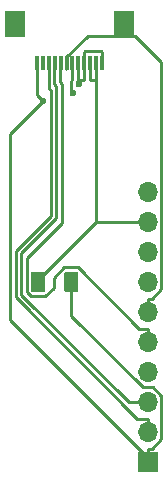
<source format=gbl>
G04 #@! TF.GenerationSoftware,KiCad,Pcbnew,5.1.5+dfsg1-2build2*
G04 #@! TF.CreationDate,2020-08-13T16:45:23-04:00*
G04 #@! TF.ProjectId,LCD,4c43442e-6b69-4636-9164-5f7063625858,rev?*
G04 #@! TF.SameCoordinates,Original*
G04 #@! TF.FileFunction,Copper,L2,Bot*
G04 #@! TF.FilePolarity,Positive*
%FSLAX46Y46*%
G04 Gerber Fmt 4.6, Leading zero omitted, Abs format (unit mm)*
G04 Created by KiCad (PCBNEW 5.1.5+dfsg1-2build2) date 2020-08-13 16:45:23*
%MOMM*%
%LPD*%
G04 APERTURE LIST*
%ADD10R,1.700000X1.700000*%
%ADD11O,1.700000X1.700000*%
%ADD12C,0.100000*%
%ADD13R,1.800000X2.200000*%
%ADD14R,0.300000X1.300000*%
%ADD15C,0.600000*%
%ADD16C,0.250000*%
G04 APERTURE END LIST*
D10*
X178300000Y-88400000D03*
D11*
X178300000Y-85860000D03*
X178300000Y-83320000D03*
X178300000Y-80780000D03*
X178300000Y-78240000D03*
X178300000Y-75700000D03*
X178300000Y-73160000D03*
X178300000Y-70620000D03*
X178300000Y-68080000D03*
X178300000Y-65540000D03*
G04 #@! TA.AperFunction,SMDPad,CuDef*
D12*
G36*
X169423504Y-72237604D02*
G01*
X169447773Y-72241204D01*
X169471571Y-72247165D01*
X169494671Y-72255430D01*
X169516849Y-72265920D01*
X169537893Y-72278533D01*
X169557598Y-72293147D01*
X169575777Y-72309623D01*
X169592253Y-72327802D01*
X169606867Y-72347507D01*
X169619480Y-72368551D01*
X169629970Y-72390729D01*
X169638235Y-72413829D01*
X169644196Y-72437627D01*
X169647796Y-72461896D01*
X169649000Y-72486400D01*
X169649000Y-73736400D01*
X169647796Y-73760904D01*
X169644196Y-73785173D01*
X169638235Y-73808971D01*
X169629970Y-73832071D01*
X169619480Y-73854249D01*
X169606867Y-73875293D01*
X169592253Y-73894998D01*
X169575777Y-73913177D01*
X169557598Y-73929653D01*
X169537893Y-73944267D01*
X169516849Y-73956880D01*
X169494671Y-73967370D01*
X169471571Y-73975635D01*
X169447773Y-73981596D01*
X169423504Y-73985196D01*
X169399000Y-73986400D01*
X168649000Y-73986400D01*
X168624496Y-73985196D01*
X168600227Y-73981596D01*
X168576429Y-73975635D01*
X168553329Y-73967370D01*
X168531151Y-73956880D01*
X168510107Y-73944267D01*
X168490402Y-73929653D01*
X168472223Y-73913177D01*
X168455747Y-73894998D01*
X168441133Y-73875293D01*
X168428520Y-73854249D01*
X168418030Y-73832071D01*
X168409765Y-73808971D01*
X168403804Y-73785173D01*
X168400204Y-73760904D01*
X168399000Y-73736400D01*
X168399000Y-72486400D01*
X168400204Y-72461896D01*
X168403804Y-72437627D01*
X168409765Y-72413829D01*
X168418030Y-72390729D01*
X168428520Y-72368551D01*
X168441133Y-72347507D01*
X168455747Y-72327802D01*
X168472223Y-72309623D01*
X168490402Y-72293147D01*
X168510107Y-72278533D01*
X168531151Y-72265920D01*
X168553329Y-72255430D01*
X168576429Y-72247165D01*
X168600227Y-72241204D01*
X168624496Y-72237604D01*
X168649000Y-72236400D01*
X169399000Y-72236400D01*
X169423504Y-72237604D01*
G37*
G04 #@! TD.AperFunction*
G04 #@! TA.AperFunction,SMDPad,CuDef*
G36*
X172223504Y-72237604D02*
G01*
X172247773Y-72241204D01*
X172271571Y-72247165D01*
X172294671Y-72255430D01*
X172316849Y-72265920D01*
X172337893Y-72278533D01*
X172357598Y-72293147D01*
X172375777Y-72309623D01*
X172392253Y-72327802D01*
X172406867Y-72347507D01*
X172419480Y-72368551D01*
X172429970Y-72390729D01*
X172438235Y-72413829D01*
X172444196Y-72437627D01*
X172447796Y-72461896D01*
X172449000Y-72486400D01*
X172449000Y-73736400D01*
X172447796Y-73760904D01*
X172444196Y-73785173D01*
X172438235Y-73808971D01*
X172429970Y-73832071D01*
X172419480Y-73854249D01*
X172406867Y-73875293D01*
X172392253Y-73894998D01*
X172375777Y-73913177D01*
X172357598Y-73929653D01*
X172337893Y-73944267D01*
X172316849Y-73956880D01*
X172294671Y-73967370D01*
X172271571Y-73975635D01*
X172247773Y-73981596D01*
X172223504Y-73985196D01*
X172199000Y-73986400D01*
X171449000Y-73986400D01*
X171424496Y-73985196D01*
X171400227Y-73981596D01*
X171376429Y-73975635D01*
X171353329Y-73967370D01*
X171331151Y-73956880D01*
X171310107Y-73944267D01*
X171290402Y-73929653D01*
X171272223Y-73913177D01*
X171255747Y-73894998D01*
X171241133Y-73875293D01*
X171228520Y-73854249D01*
X171218030Y-73832071D01*
X171209765Y-73808971D01*
X171203804Y-73785173D01*
X171200204Y-73760904D01*
X171199000Y-73736400D01*
X171199000Y-72486400D01*
X171200204Y-72461896D01*
X171203804Y-72437627D01*
X171209765Y-72413829D01*
X171218030Y-72390729D01*
X171228520Y-72368551D01*
X171241133Y-72347507D01*
X171255747Y-72327802D01*
X171272223Y-72309623D01*
X171290402Y-72293147D01*
X171310107Y-72278533D01*
X171331151Y-72265920D01*
X171353329Y-72255430D01*
X171376429Y-72247165D01*
X171400227Y-72241204D01*
X171424496Y-72237604D01*
X171449000Y-72236400D01*
X172199000Y-72236400D01*
X172223504Y-72237604D01*
G37*
G04 #@! TD.AperFunction*
D13*
X176343840Y-51320240D03*
X167043840Y-51320240D03*
D14*
X168943840Y-54570240D03*
X169443840Y-54570240D03*
X169943840Y-54570240D03*
X170443840Y-54570240D03*
X170943840Y-54570240D03*
X171443840Y-54570240D03*
X171943840Y-54570240D03*
X172443840Y-54570240D03*
X172943840Y-54570240D03*
X173443840Y-54570240D03*
X173943840Y-54570240D03*
X174443840Y-54570240D03*
D15*
X169456700Y-57839200D03*
X172505500Y-56342300D03*
X171946000Y-57114000D03*
D16*
X178300000Y-87992900D02*
X166664300Y-76357200D01*
X166664300Y-76357200D02*
X166664300Y-60631600D01*
X166664300Y-60631600D02*
X169456700Y-57839200D01*
X178300000Y-87992900D02*
X178300000Y-87224700D01*
X178300000Y-88400000D02*
X178300000Y-87992900D01*
X171824000Y-73111400D02*
X171824000Y-75970700D01*
X171824000Y-75970700D02*
X177903300Y-82050000D01*
X177903300Y-82050000D02*
X178787700Y-82050000D01*
X178787700Y-82050000D02*
X179475300Y-82737600D01*
X179475300Y-82737600D02*
X179475300Y-86416800D01*
X179475300Y-86416800D02*
X178667400Y-87224700D01*
X178667400Y-87224700D02*
X178300000Y-87224700D01*
X168920000Y-55047800D02*
X168920000Y-57302500D01*
X168920000Y-57302500D02*
X169456700Y-57839200D01*
X172420000Y-56023100D02*
X172420000Y-56256800D01*
X172420000Y-56256800D02*
X172505500Y-56342300D01*
X172920000Y-55047800D02*
X172920000Y-56023100D01*
X172420000Y-56023100D02*
X172920000Y-56023100D01*
X172420000Y-55047800D02*
X172420000Y-56023100D01*
X174443840Y-53670240D02*
X174443840Y-54570240D01*
X174368839Y-53595239D02*
X174443840Y-53670240D01*
X173018841Y-53595239D02*
X174368839Y-53595239D01*
X172943840Y-53670240D02*
X173018841Y-53595239D01*
X172943840Y-54570240D02*
X172943840Y-53670240D01*
X169024000Y-73111400D02*
X169024000Y-72976000D01*
X169024000Y-72976000D02*
X173920000Y-68080000D01*
X173920000Y-68080000D02*
X178300000Y-68080000D01*
X173920000Y-68080000D02*
X173920000Y-56023100D01*
X173920000Y-55047800D02*
X173920000Y-56023100D01*
X173420000Y-55047800D02*
X173420000Y-56023100D01*
X173420000Y-56023100D02*
X173920000Y-56023100D01*
X169920000Y-55047800D02*
X169920000Y-56723000D01*
X169920000Y-56723000D02*
X170113600Y-56916600D01*
X170113600Y-56916600D02*
X170113600Y-67562800D01*
X170113600Y-67562800D02*
X167165900Y-70510500D01*
X167165900Y-70510500D02*
X167165900Y-74431100D01*
X167165900Y-74431100D02*
X177419500Y-84684700D01*
X177419500Y-84684700D02*
X178300000Y-84684700D01*
X178300000Y-85860000D02*
X178300000Y-84684700D01*
X170420000Y-55047800D02*
X170420000Y-56335800D01*
X170420000Y-56335800D02*
X170588900Y-56504700D01*
X170588900Y-56504700D02*
X170588900Y-67724400D01*
X170588900Y-67724400D02*
X167616200Y-70697100D01*
X167616200Y-70697100D02*
X167616200Y-74244500D01*
X167616200Y-74244500D02*
X176691700Y-83320000D01*
X176691700Y-83320000D02*
X178300000Y-83320000D01*
X171920000Y-56023100D02*
X171859100Y-56084000D01*
X171859100Y-56084000D02*
X171859100Y-57027100D01*
X171859100Y-57027100D02*
X171946000Y-57114000D01*
X171920000Y-55047800D02*
X171920000Y-56023100D01*
X178300000Y-78240000D02*
X178300000Y-77064700D01*
X178300000Y-77064700D02*
X177591100Y-77064700D01*
X177591100Y-77064700D02*
X172389100Y-71862700D01*
X172389100Y-71862700D02*
X171259000Y-71862700D01*
X171259000Y-71862700D02*
X170343800Y-72777900D01*
X170343800Y-72777900D02*
X170343800Y-73610000D01*
X170343800Y-73610000D02*
X169619900Y-74333900D01*
X169619900Y-74333900D02*
X168422300Y-74333900D01*
X168422300Y-74333900D02*
X168066500Y-73978100D01*
X168066500Y-73978100D02*
X168066500Y-71109000D01*
X168066500Y-71109000D02*
X171080900Y-68094600D01*
X171080900Y-68094600D02*
X171080900Y-56359800D01*
X171080900Y-56359800D02*
X170920000Y-56198900D01*
X170920000Y-56198900D02*
X170920000Y-55047800D01*
X171420000Y-55047800D02*
X171420000Y-54072500D01*
X178300000Y-75700000D02*
X178300000Y-74524700D01*
X178300000Y-74524700D02*
X178667300Y-74524700D01*
X178667300Y-74524700D02*
X179476900Y-73715100D01*
X179476900Y-73715100D02*
X179476900Y-54477100D01*
X179476900Y-54477100D02*
X177265300Y-52265500D01*
X177265300Y-52265500D02*
X173227000Y-52265500D01*
X173227000Y-52265500D02*
X171420000Y-54072500D01*
M02*

</source>
